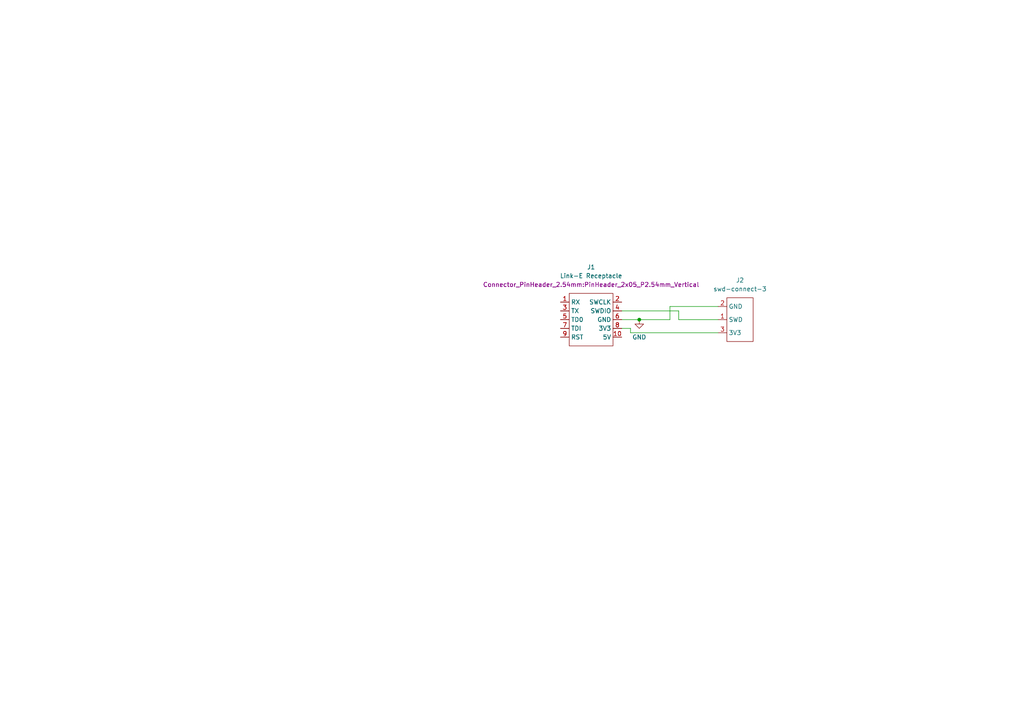
<source format=kicad_sch>
(kicad_sch (version 20230121) (generator eeschema)
  (paper "A4")
  (title_block (title "SWD Connect 3-pin") (date "2023-06-16") (rev "v1.0") (company "Tim Molteno (tim@molteno.net)") (comment 1 "(c) 2023"))
  (lib_symbols
    (symbol "power:GND" (power) (pin_names (offset 0))
      (property "Value" "GND" (at 0 -3.81 0))
      (symbol "GND_0_1"
        (polyline (pts (xy 0 0) (xy 0 -1.27) (xy 1.27 -1.27) (xy 0 -2.54) (xy -1.27 -1.27) (xy 0 -1.27)))
      )
      (symbol "GND_1_1"
        (pin power_in line (at 0 0 270) (length 0) hide (name "GND") (number "1"))
      )
    )
    (symbol "swd-connect:Link-E"
      (property "Reference" "J" (at 0 0 0))
      (property "Value" "Link-E Receptacle" (at 0 -8.89 0))
      (property "Footprint" "Connector_PinHeader_2.54mm:PinHeader_2x05_P2.54mm_Vertical" (at 1.27 -13.97 0))
      (symbol "Link-E_0_1"
        (rectangle (start -6.35 7.62) (end 6.35 -7.62))
      )
      (symbol "Link-E_1_0"
        (pin unspecified line (at -8.89 5.08 0) (length 2.54) (name "RX") (number "1"))
      )
      (symbol "Link-E_1_1"
        (pin unspecified line (at 8.89 -5.08 180) (length 2.54) (name "5V") (number "10"))
        (pin unspecified line (at 8.89 5.08 180) (length 2.54) (name "SWCLK") (number "2"))
        (pin unspecified line (at -8.89 2.54 0) (length 2.54) (name "TX") (number "3"))
        (pin unspecified line (at 8.89 2.54 180) (length 2.54) (name "SWDIO") (number "4"))
        (pin unspecified line (at -8.89 0 0) (length 2.54) (name "TD0") (number "5"))
        (pin unspecified line (at 8.89 0 180) (length 2.54) (name "GND") (number "6"))
        (pin unspecified line (at -8.89 -2.54 0) (length 2.54) (name "TDI") (number "7"))
        (pin unspecified line (at 8.89 -2.54 180) (length 2.54) (name "3V3") (number "8"))
        (pin unspecified line (at -8.89 -5.08 0) (length 2.54) (name "RST") (number "9"))
      )
    )
    (symbol "swd-connect:swd-connect-3" (in_bom no)
      (property "Reference" "J" (at 0 7.62 0))
      (property "Value" "swd-connect-3" (at 0 -7.62 0))
      (symbol "swd-connect-3_0_1"
        (rectangle (start -3.81 6.35) (end 3.81 -6.35))
      )
      (symbol "swd-connect-3_1_1"
        (pin unspecified line (at -6.35 0 0) (length 2.54) (name "SWD") (number "1"))
        (pin unspecified line (at -6.35 -3.81 0) (length 2.54) (name "GND") (number "2"))
        (pin unspecified line (at -6.35 3.81 0) (length 2.54) (name "3V3") (number "3"))
      )
    )
  )
  (junction (at 185.42 92.71))
  (wire (pts (xy 208.28 88.9) (xy 194.31 88.9)))
  (wire (pts (xy 196.85 90.17) (xy 180.34 90.17)))
  (wire (pts (xy 208.28 96.52) (xy 182.88 96.52)))
  (wire (pts (xy 194.31 92.71) (xy 185.42 92.71)))
  (wire (pts (xy 196.85 92.71) (xy 196.85 90.17)))
  (wire (pts (xy 194.31 88.9) (xy 194.31 92.71)))
  (wire (pts (xy 182.88 96.52) (xy 182.88 95.25)))
  (wire (pts (xy 182.88 95.25) (xy 180.34 95.25)))
  (wire (pts (xy 180.34 92.71) (xy 185.42 92.71)))
  (wire (pts (xy 208.28 92.71) (xy 196.85 92.71)))
  (symbol (lib_id "swd-connect:Link-E") (at 171.45 92.71 0) (unit 1)
    (property "Reference" "J1" (at 171.45 77.47 0))
    (property "Value" "Link-E Receptacle" (at 171.45 80.01 0))
    (property "Footprint" "Connector_PinHeader_2.54mm:PinHeader_2x05_P2.54mm_Vertical" (at 171.45 82.55 0))
    (property "Sim.Enable" "0" (effects hide))
  )
  (symbol (lib_id "power:GND") (at 185.42 92.71 0) (unit 1)
    (property "Reference" "#PWR02" (effects hide))
    (property "Value" "GND" (at 185.42 97.79 0))
  )
  (symbol (lib_id "swd-connect:swd-connect-3") (at 214.63 92.71 0) (mirror x) (unit 1) (in_bom no)
    (property "Reference" "J2" (at 214.63 81.28 0))
    (property "Value" "swd-connect-3" (at 214.63 83.82 0))
    (property "Footprint" "swd-connect:swd-connect-3-programmer" (effects hide))
  )
)
</source>
